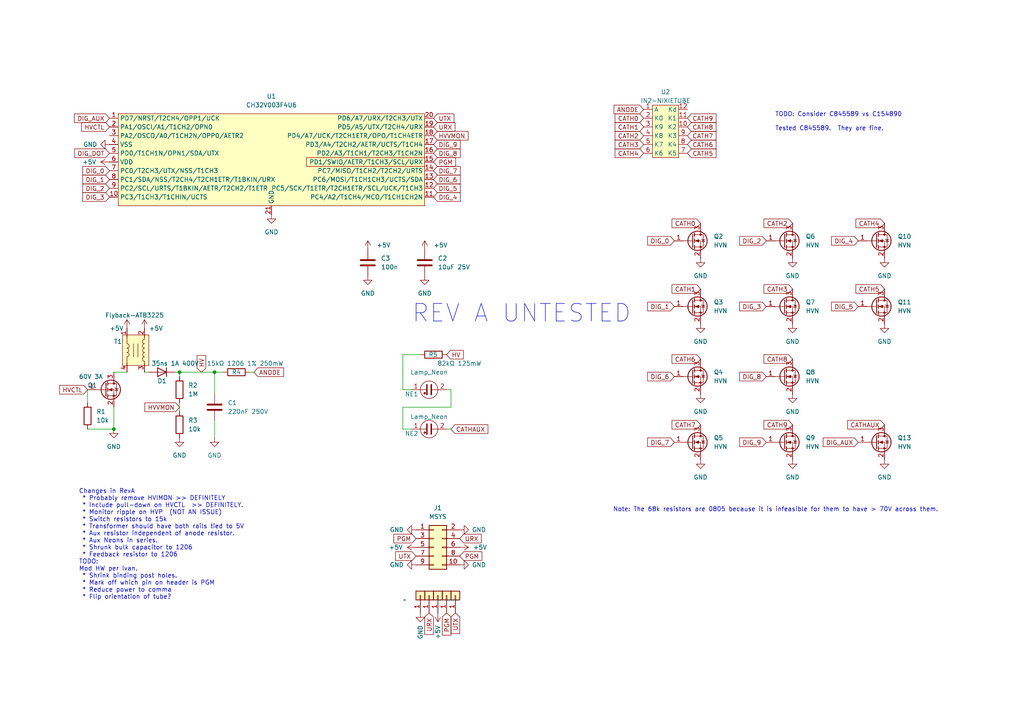
<source format=kicad_sch>
(kicad_sch (version 20230121) (generator eeschema)
  (paper "A4")
  (lib_symbols
    (symbol "CH32V003F4U6:CH32V003F4U6"
      (property "Reference" "U" (at 0 0 0))
      (property "Value" "CH32V003F4U6" (at 0 3.81 0))
      (symbol "CH32V003F4U6_0_1"
        (rectangle (start -44.45 12.7) (end 44.45 -13.97) (fill (type background)))
        (rectangle (start 10.16 0) (end 44.45 -2.54) (fill (type background)))
      )
      (symbol "CH32V003F4U6_1_1"
        (pin bidirectional line (at -46.99 11.43 0) (length 2.54) (name "PD7/NRST/T2CH4/OPP1/UCK") (number "1"))
        (pin bidirectional line (at -46.99 -11.43 0) (length 2.54) (name "PC3/T1CH3/T1CHIN/UCTS") (number "10"))
        (pin bidirectional line (at 46.99 -11.43 180) (length 2.54) (name "PC4/A2/T1CH4/MCO/T1CH1CH2N") (number "11"))
        (pin bidirectional line (at 46.99 -8.89 180) (length 2.54) (name "PC5/SCK/T1ETR/T2CH1ETR/SCL/UCK/T1CH3") (number "12"))
        (pin bidirectional line (at 46.99 -6.35 180) (length 2.54) (name "PC6/MOSI/T1CH1CH3/UCTS/SDA") (number "13"))
        (pin bidirectional line (at 46.99 -3.81 180) (length 2.54) (name "PC7/MISO/T1CH2/T2CH2/URTS") (number "14"))
        (pin bidirectional line (at 46.99 -1.27 180) (length 2.54) (name "PD1/SWIO/AETR/T1CH3/SCL/URX") (number "15"))
        (pin bidirectional line (at 46.99 1.27 180) (length 2.54) (name "PD2/A3/T1CH1/T2CH3/T1CH2N") (number "16"))
        (pin bidirectional line (at 46.99 3.81 180) (length 2.54) (name "PD3/A4/T2CH2/AETR/UCTS/T1CH4") (number "17"))
        (pin bidirectional line (at 46.99 6.35 180) (length 2.54) (name "PD4/A7/UCK/T2CH1ETR/OPO/T1CH4ETR") (number "18"))
        (pin bidirectional line (at 46.99 8.89 180) (length 2.54) (name "PD5/A5/UTX/T2CH4/URX") (number "19"))
        (pin bidirectional line (at -46.99 8.89 0) (length 2.54) (name "PA1/OSCI/A1/T1CH2/OPN0") (number "2"))
        (pin bidirectional line (at 46.99 11.43 180) (length 2.54) (name "PD6/A7/URX/T2CH3/UTX") (number "20"))
        (pin bidirectional line (at 0 -16.51 90) (length 2.54) (name "GND") (number "21"))
        (pin bidirectional line (at -46.99 6.35 0) (length 2.54) (name "PA2/OSCO/A0/T1CH2N/OPP0/AETR2") (number "3"))
        (pin bidirectional line (at -46.99 3.81 0) (length 2.54) (name "VSS") (number "4"))
        (pin bidirectional line (at -46.99 1.27 0) (length 2.54) (name "PD0/T1CH1N/OPN1/SDA/UTX") (number "5"))
        (pin bidirectional line (at -46.99 -1.27 0) (length 2.54) (name "VDD") (number "6"))
        (pin bidirectional line (at -46.99 -3.81 0) (length 2.54) (name "PC0/T2CH3/UTX/NSS/T1CH3") (number "7"))
        (pin bidirectional line (at -46.99 -6.35 0) (length 2.54) (name "PC1/SDA/NSS/T2CH4/T2CH1ETR/T1BKIN/URX") (number "8"))
        (pin bidirectional line (at -46.99 -8.89 0) (length 2.54) (name "PC2/SCL/URTS/T1BKIN/AETR/T2CH2/T1ETR") (number "9"))
      )
    )
    (symbol "Connector_Generic:Conn_01x01" (pin_names (offset 1.016) hide)
      (property "Reference" "J" (at 0 2.54 0))
      (property "Value" "Conn_01x01" (at 0 -2.54 0))
      (symbol "Conn_01x01_1_1"
        (rectangle (start -1.27 0.127) (end 0 -0.127) (stroke (width 0.1524)))
        (rectangle (start -1.27 1.27) (end 1.27 -1.27) (stroke (width 0.254)) (fill (type background)))
        (pin passive line (at -5.08 0 0) (length 3.81) (name "Pin_1") (number "1"))
      )
    )
    (symbol "Connector_Generic:Conn_02x05_Odd_Even" (pin_names (offset 1.016) hide)
      (property "Reference" "J" (at 1.27 7.62 0))
      (property "Value" "Conn_02x05_Odd_Even" (at 1.27 -7.62 0))
      (symbol "Conn_02x05_Odd_Even_1_1"
        (rectangle (start -1.27 -4.953) (end 0 -5.207) (stroke (width 0.1524)))
        (rectangle (start -1.27 -2.413) (end 0 -2.667) (stroke (width 0.1524)))
        (rectangle (start -1.27 0.127) (end 0 -0.127) (stroke (width 0.1524)))
        (rectangle (start -1.27 2.667) (end 0 2.413) (stroke (width 0.1524)))
        (rectangle (start -1.27 5.207) (end 0 4.953) (stroke (width 0.1524)))
        (rectangle (start -1.27 6.35) (end 3.81 -6.35) (stroke (width 0.254)) (fill (type background)))
        (rectangle (start 3.81 -4.953) (end 2.54 -5.207) (stroke (width 0.1524)))
        (rectangle (start 3.81 -2.413) (end 2.54 -2.667) (stroke (width 0.1524)))
        (rectangle (start 3.81 0.127) (end 2.54 -0.127) (stroke (width 0.1524)))
        (rectangle (start 3.81 2.667) (end 2.54 2.413) (stroke (width 0.1524)))
        (rectangle (start 3.81 5.207) (end 2.54 4.953) (stroke (width 0.1524)))
        (pin passive line (at -5.08 5.08 0) (length 3.81) (name "Pin_1") (number "1"))
        (pin passive line (at 7.62 -5.08 180) (length 3.81) (name "Pin_10") (number "10"))
        (pin passive line (at 7.62 5.08 180) (length 3.81) (name "Pin_2") (number "2"))
        (pin passive line (at -5.08 2.54 0) (length 3.81) (name "Pin_3") (number "3"))
        (pin passive line (at 7.62 2.54 180) (length 3.81) (name "Pin_4") (number "4"))
        (pin passive line (at -5.08 0 0) (length 3.81) (name "Pin_5") (number "5"))
        (pin passive line (at 7.62 0 180) (length 3.81) (name "Pin_6") (number "6"))
        (pin passive line (at -5.08 -2.54 0) (length 3.81) (name "Pin_7") (number "7"))
        (pin passive line (at 7.62 -2.54 180) (length 3.81) (name "Pin_8") (number "8"))
        (pin passive line (at -5.08 -5.08 0) (length 3.81) (name "Pin_9") (number "9"))
      )
    )
    (symbol "Device:C" (pin_numbers hide) (pin_names (offset 0.254))
      (property "Reference" "C" (at 0.635 2.54 0))
      (property "Value" "C" (at 0.635 -2.54 0))
      (symbol "C_0_1"
        (polyline (pts (xy -2.032 -0.762) (xy 2.032 -0.762)) (stroke (width 0.508)))
        (polyline (pts (xy -2.032 0.762) (xy 2.032 0.762)) (stroke (width 0.508)))
      )
      (symbol "C_1_1"
        (pin passive line (at 0 3.81 270) (length 2.794) (name "~") (number "1"))
        (pin passive line (at 0 -3.81 90) (length 2.794) (name "~") (number "2"))
      )
    )
    (symbol "Device:D" (pin_numbers hide) (pin_names (offset 1.016) hide)
      (property "Reference" "D" (at 0 2.54 0))
      (property "Value" "D" (at 0 -2.54 0))
      (symbol "D_0_1"
        (polyline (pts (xy -1.27 1.27) (xy -1.27 -1.27)) (stroke (width 0.254)))
        (polyline (pts (xy 1.27 0) (xy -1.27 0)))
        (polyline (pts (xy 1.27 1.27) (xy 1.27 -1.27) (xy -1.27 0) (xy 1.27 1.27)) (stroke (width 0.254)))
      )
      (symbol "D_1_1"
        (pin passive line (at -3.81 0 0) (length 2.54) (name "K") (number "1"))
        (pin passive line (at 3.81 0 180) (length 2.54) (name "A") (number "2"))
      )
    )
    (symbol "Device:Lamp_Neon" (pin_names (offset 0.0254) hide)
      (property "Reference" "NE" (at 0.635 3.81 0))
      (property "Value" "Lamp_Neon" (at 0.635 -3.81 0))
      (symbol "Lamp_Neon_0_1"
        (rectangle (start -1.524 -0.508) (end 1.524 -0.762) (fill (type outline)))
        (rectangle (start -1.524 0.762) (end 1.524 0.508) (fill (type outline)))
        (polyline (pts (xy 0 -2.54) (xy 0 -0.762)))
        (polyline (pts (xy 0 0.762) (xy 0 2.54)))
        (circle (center 0 0) (radius 2.54))
        (circle (center 1.016 -1.27) (radius 0.254) (fill (type outline)))
      )
      (symbol "Lamp_Neon_1_1"
        (pin passive line (at 0 -5.08 90) (length 2.54) (name "~") (number "1"))
        (pin passive line (at 0 5.08 270) (length 2.54) (name "~") (number "2"))
      )
    )
    (symbol "Device:Q_NMOS_GSD" (pin_names (offset 0) hide)
      (property "Reference" "Q" (at 5.08 1.27 0))
      (property "Value" "Q_NMOS_GSD" (at 5.08 -1.27 0))
      (symbol "Q_NMOS_GSD_0_1"
        (polyline (pts (xy 0.254 0) (xy -2.54 0)))
        (polyline (pts (xy 0.254 1.905) (xy 0.254 -1.905)) (stroke (width 0.254)))
        (polyline (pts (xy 0.762 -1.27) (xy 0.762 -2.286)) (stroke (width 0.254)))
        (polyline (pts (xy 0.762 0.508) (xy 0.762 -0.508)) (stroke (width 0.254)))
        (polyline (pts (xy 0.762 2.286) (xy 0.762 1.27)) (stroke (width 0.254)))
        (polyline (pts (xy 2.54 2.54) (xy 2.54 1.778)))
        (polyline (pts (xy 2.54 -2.54) (xy 2.54 0) (xy 0.762 0)))
        (polyline (pts (xy 0.762 -1.778) (xy 3.302 -1.778) (xy 3.302 1.778) (xy 0.762 1.778)))
        (polyline (pts (xy 1.016 0) (xy 2.032 0.381) (xy 2.032 -0.381) (xy 1.016 0)) (fill (type outline)))
        (polyline (pts (xy 2.794 0.508) (xy 2.921 0.381) (xy 3.683 0.381) (xy 3.81 0.254)))
        (polyline (pts (xy 3.302 0.381) (xy 2.921 -0.254) (xy 3.683 -0.254) (xy 3.302 0.381)))
        (circle (center 1.651 0) (radius 2.794) (stroke (width 0.254)))
        (circle (center 2.54 -1.778) (radius 0.254) (fill (type outline)))
        (circle (center 2.54 1.778) (radius 0.254) (fill (type outline)))
      )
      (symbol "Q_NMOS_GSD_1_1"
        (pin input line (at -5.08 0 0) (length 2.54) (name "G") (number "1"))
        (pin passive line (at 2.54 -5.08 90) (length 2.54) (name "S") (number "2"))
        (pin passive line (at 2.54 5.08 270) (length 2.54) (name "D") (number "3"))
      )
    )
    (symbol "Device:R" (pin_numbers hide) (pin_names (offset 0))
      (property "Reference" "R" (at 2.032 0 90))
      (property "Value" "R" (at 0 0 90))
      (symbol "R_0_1"
        (rectangle (start -1.016 -2.54) (end 1.016 2.54) (stroke (width 0.254)))
      )
      (symbol "R_1_1"
        (pin passive line (at 0 3.81 270) (length 1.27) (name "~") (number "1"))
        (pin passive line (at 0 -3.81 90) (length 1.27) (name "~") (number "2"))
      )
    )
    (symbol "Flyback-ATB3225:Flyback-ATB3225"
      (property "Reference" "T" (at 0 4.445 0))
      (property "Value" "Flyback-ATB3225" (at 0 -7.62 0))
      (symbol "Flyback-ATB3225_0_1"
        (rectangle (start -4.445 3.81) (end 4.445 -3.81) (fill (type background)))
        (arc (start -3.175 2.54) (mid -2.54 1.9297) (end -1.905 2.54))
        (arc (start -1.905 2.54) (mid -1.27 1.9297) (end -0.635 2.54))
        (arc (start -0.635 -2.54) (mid -1.27 -1.9378) (end -1.905 -2.54))
        (arc (start -0.635 2.54) (mid 0 1.9798) (end 0.635 2.54))
        (polyline (pts (xy -3.81 -2.54) (xy -1.905 -2.54)))
        (polyline (pts (xy -3.81 2.54) (xy -3.175 2.54)))
        (polyline (pts (xy -1.905 -0.635) (xy 1.905 -0.635)))
        (polyline (pts (xy 1.905 0.635) (xy -1.905 0.635)))
        (polyline (pts (xy 3.81 -2.54) (xy 1.905 -2.54)))
        (polyline (pts (xy 3.81 2.54) (xy 3.175 2.54)))
        (arc (start 0.635 -2.54) (mid 0 -2.0038) (end -0.635 -2.54))
        (arc (start 0.635 2.54) (mid 1.27 2.017) (end 1.905 2.54))
        (arc (start 1.905 -2.54) (mid 1.27 -1.9498) (end 0.635 -2.54))
        (arc (start 1.905 2.54) (mid 2.54 1.9297) (end 3.175 2.54))
      )
      (symbol "Flyback-ATB3225_1_1"
        (pin bidirectional line (at -6.35 -2.54 0) (length 2.54) (name "") (number "1"))
        (pin bidirectional line (at -6.35 2.54 0) (length 2.54) (name "") (number "2"))
        (pin bidirectional line (at 6.35 2.54 180) (length 2.54) (name "") (number "3"))
        (pin bidirectional line (at 6.35 -2.54 180) (length 2.54) (name "") (number "4"))
      )
    )
    (symbol "IN12-NIXIETUBE:IN12-NIXIETUBE"
      (property "Reference" "U" (at 0 7.62 0))
      (property "Value" "IN12-NIXIETUBE" (at 0 -10.16 0))
      (symbol "IN12-NIXIETUBE_0_1"
        (rectangle (start -3.81 6.35) (end 3.81 -8.89) (stroke (width 0.1524)) (fill (type background)))
      )
      (symbol "IN12-NIXIETUBE_1_1"
        (pin input line (at -6.35 5.08 0) (length 2.54) (name "A") (number "1"))
        (pin input line (at 6.35 0 180) (length 2.54) (name "K2") (number "10"))
        (pin input line (at 6.35 2.54 180) (length 2.54) (name "K1") (number "11"))
        (pin input line (at 6.35 5.08 180) (length 2.54) (name "Kd") (number "12"))
        (pin input line (at -6.35 2.54 0) (length 2.54) (name "K0") (number "2"))
        (pin input line (at -6.35 0 0) (length 2.54) (name "K9") (number "3"))
        (pin input line (at -6.35 -2.54 0) (length 2.54) (name "K8") (number "4"))
        (pin input line (at -6.35 -5.08 0) (length 2.54) (name "K7") (number "5"))
        (pin input line (at -6.35 -7.62 0) (length 2.54) (name "K6") (number "6"))
        (pin input line (at 6.35 -7.62 180) (length 2.54) (name "K5") (number "7"))
        (pin input line (at 6.35 -5.08 180) (length 2.54) (name "K4") (number "8"))
        (pin input line (at 6.35 -2.54 180) (length 2.54) (name "K3") (number "9"))
      )
    )
    (symbol "power:+5V" (power) (pin_names (offset 0))
      (property "Value" "+5V" (at 0 3.556 0))
      (symbol "+5V_0_1"
        (polyline (pts (xy -0.762 1.27) (xy 0 2.54)))
        (polyline (pts (xy 0 0) (xy 0 2.54)))
        (polyline (pts (xy 0 2.54) (xy 0.762 1.27)))
      )
      (symbol "+5V_1_1"
        (pin power_in line (at 0 0 90) (length 0) hide (name "+5V") (number "1"))
      )
    )
    (symbol "power:GND" (power) (pin_names (offset 0))
      (property "Value" "GND" (at 0 -3.81 0))
      (symbol "GND_0_1"
        (polyline (pts (xy 0 0) (xy 0 -1.27) (xy 1.27 -1.27) (xy 0 -2.54) (xy -1.27 -1.27) (xy 0 -1.27)))
      )
      (symbol "GND_1_1"
        (pin power_in line (at 0 0 270) (length 0) hide (name "GND") (number "1"))
      )
    )
  )
  (junction (at 62.23 107.95))
  (junction (at 33.02 124.46))
  (junction (at 52.07 107.95))
  (wire (pts (xy 25.4 113.03) (xy 25.4 116.84)))
  (wire (pts (xy 52.07 109.22) (xy 52.07 107.95)))
  (wire (pts (xy 62.23 107.95) (xy 62.23 114.3)))
  (wire (pts (xy 119.38 124.46) (xy 116.84 124.46)))
  (wire (pts (xy 43.18 107.95) (xy 41.91 107.95)))
  (wire (pts (xy 116.84 102.87) (xy 121.92 102.87)))
  (wire (pts (xy 33.02 107.95) (xy 36.83 107.95)))
  (wire (pts (xy 52.07 116.84) (xy 52.07 119.38)))
  (wire (pts (xy 62.23 107.95) (xy 64.77 107.95)))
  (wire (pts (xy 129.54 113.03) (xy 130.81 113.03)))
  (wire (pts (xy 130.81 113.03) (xy 130.81 118.11)))
  (wire (pts (xy 33.02 118.11) (xy 33.02 124.46)))
  (wire (pts (xy 130.81 118.11) (xy 116.84 118.11)))
  (wire (pts (xy 62.23 121.92) (xy 62.23 127)))
  (wire (pts (xy 25.4 124.46) (xy 33.02 124.46)))
  (wire (pts (xy 129.54 124.46) (xy 130.81 124.46)))
  (wire (pts (xy 116.84 113.03) (xy 119.38 113.03)))
  (wire (pts (xy 116.84 102.87) (xy 116.84 113.03)))
  (wire (pts (xy 73.66 107.95) (xy 72.39 107.95)))
  (wire (pts (xy 50.8 107.95) (xy 52.07 107.95)))
  (wire (pts (xy 52.07 107.95) (xy 62.23 107.95)))
  (wire (pts (xy 116.84 118.11) (xy 116.84 124.46)))
  (text "TODO: Consider C845589 vs C154890\n\nTested C845589.  They are fine." (at 224.79 38.1 0) (effects (font (size 1.27 1.27)) (justify left bottom)))
  (text "Changes in RevA\n * Probably remove HVIMON >> DEFINITELY\n * Include pull-down on HVCTL  >> DEFINITELY.\n * Monitor ripple on HVP  (NOT AN ISSUE)\n * Switch resistors to 15k\n * Transformer should have both rails tied to 5V \n * Aux resistor independent of anode resistor.\n * Aux Neons in series.\n * Shrunk bulk capacitor to 1206\n * Feedback resistor to 1206\nTODO:\nMod HW per Ivan.\n * Shrink binding post holes.\n * Mark off which pin on header is PGM\n * Reduce power to comma\n * Flip orientation of tube?" (at 22.86 173.99 0) (effects (font (size 1.27 1.27)) (justify left bottom)))
  (text "REV A UNTESTED" (at 119.38 93.98 0) (effects (font (size 5.08 5.08)) (justify left bottom)))
  (text "Note: The 68k resistors are 0805 because it is infeasible for them to have > 70V across them." (at 177.8 148.59 0) (effects (font (size 1.27 1.27)) (justify left bottom)))
  (global_label "DIG_1" (shape input) (at 31.75 52.07 180) (property "Intersheetrefs" "${INTERSHEET_REFS}" (effects hide)))
  (global_label "CATH8" (shape input) (at 199.39 36.83 0) (property "Intersheetrefs" "${INTERSHEET_REFS}" (effects hide)))
  (global_label "CATHAUX" (shape input) (at 130.81 124.46 0) (property "Intersheetrefs" "${INTERSHEET_REFS}" (effects hide)))
  (global_label "DIG_3" (shape input) (at 222.25 88.9 180) (property "Intersheetrefs" "${INTERSHEET_REFS}" (effects hide)))
  (global_label "CATH1" (shape input) (at 203.2 83.82 180) (property "Intersheetrefs" "${INTERSHEET_REFS}" (effects hide)))
  (global_label "CATH6" (shape input) (at 199.39 41.91 0) (property "Intersheetrefs" "${INTERSHEET_REFS}" (effects hide)))
  (global_label "DIG_0" (shape input) (at 195.58 69.85 180) (property "Intersheetrefs" "${INTERSHEET_REFS}" (effects hide)))
  (global_label "DIG_1" (shape input) (at 195.58 88.9 180) (property "Intersheetrefs" "${INTERSHEET_REFS}" (effects hide)))
  (global_label "DIG_5" (shape input) (at 248.92 88.9 180) (property "Intersheetrefs" "${INTERSHEET_REFS}" (effects hide)))
  (global_label "HV" (shape input) (at 129.54 102.87 0) (property "Intersheetrefs" "${INTERSHEET_REFS}" (effects hide)))
  (global_label "HVCTL" (shape input) (at 25.4 113.03 180) (property "Intersheetrefs" "${INTERSHEET_REFS}" (effects hide)))
  (global_label "CATH7" (shape input) (at 203.2 123.19 180) (property "Intersheetrefs" "${INTERSHEET_REFS}" (effects hide)))
  (global_label "DIG_7" (shape input) (at 125.73 49.53 0) (property "Intersheetrefs" "${INTERSHEET_REFS}" (effects hide)))
  (global_label "HVVMON" (shape input) (at 52.07 118.11 180) (property "Intersheetrefs" "${INTERSHEET_REFS}" (effects hide)))
  (global_label "DIG_7" (shape input) (at 195.58 128.27 180) (property "Intersheetrefs" "${INTERSHEET_REFS}" (effects hide)))
  (global_label "CATHAUX" (shape input) (at 256.54 123.19 180) (property "Intersheetrefs" "${INTERSHEET_REFS}" (effects hide)))
  (global_label "DIG_4" (shape input) (at 125.73 57.15 0) (property "Intersheetrefs" "${INTERSHEET_REFS}" (effects hide)))
  (global_label "URX" (shape input) (at 133.35 156.21 0) (property "Intersheetrefs" "${INTERSHEET_REFS}" (effects hide)))
  (global_label "HV" (shape input) (at 58.42 107.95 90) (property "Intersheetrefs" "${INTERSHEET_REFS}" (effects hide)))
  (global_label "CATH0" (shape input) (at 203.2 64.77 180) (property "Intersheetrefs" "${INTERSHEET_REFS}" (effects hide)))
  (global_label "CATH9" (shape input) (at 199.39 34.29 0) (property "Intersheetrefs" "${INTERSHEET_REFS}" (effects hide)))
  (global_label "DIG_9" (shape input) (at 222.25 128.27 180) (property "Intersheetrefs" "${INTERSHEET_REFS}" (effects hide)))
  (global_label "HVVMON" (shape input) (at 125.73 39.37 0) (property "Intersheetrefs" "${INTERSHEET_REFS}" (effects hide)))
  (global_label "DIG_AUX" (shape input) (at 248.92 128.27 180) (property "Intersheetrefs" "${INTERSHEET_REFS}" (effects hide)))
  (global_label "UTX" (shape input) (at 132.08 177.8 270) (property "Intersheetrefs" "${INTERSHEET_REFS}" (effects hide)))
  (global_label "DIG_8" (shape input) (at 125.73 44.45 0) (property "Intersheetrefs" "${INTERSHEET_REFS}" (effects hide)))
  (global_label "PGM" (shape input) (at 133.35 161.29 0) (property "Intersheetrefs" "${INTERSHEET_REFS}" (effects hide)))
  (global_label "DIG_3" (shape input) (at 31.75 57.15 180) (property "Intersheetrefs" "${INTERSHEET_REFS}" (effects hide)))
  (global_label "DIG_8" (shape input) (at 222.25 109.22 180) (property "Intersheetrefs" "${INTERSHEET_REFS}" (effects hide)))
  (global_label "DIG_2" (shape input) (at 31.75 54.61 180) (property "Intersheetrefs" "${INTERSHEET_REFS}" (effects hide)))
  (global_label "DIG_6" (shape input) (at 195.58 109.22 180) (property "Intersheetrefs" "${INTERSHEET_REFS}" (effects hide)))
  (global_label "CATH3" (shape input) (at 229.87 83.82 180) (property "Intersheetrefs" "${INTERSHEET_REFS}" (effects hide)))
  (global_label "PGM" (shape input) (at 120.65 156.21 180) (property "Intersheetrefs" "${INTERSHEET_REFS}" (effects hide)))
  (global_label "DIG_5" (shape input) (at 125.73 54.61 0) (property "Intersheetrefs" "${INTERSHEET_REFS}" (effects hide)))
  (global_label "ANODE" (shape input) (at 73.66 107.95 0) (property "Intersheetrefs" "${INTERSHEET_REFS}" (effects hide)))
  (global_label "CATH6" (shape input) (at 203.2 104.14 180) (property "Intersheetrefs" "${INTERSHEET_REFS}" (effects hide)))
  (global_label "PGM" (shape input) (at 129.54 177.8 270) (property "Intersheetrefs" "${INTERSHEET_REFS}" (effects hide)))
  (global_label "URX" (shape input) (at 124.46 177.8 270) (property "Intersheetrefs" "${INTERSHEET_REFS}" (effects hide)))
  (global_label "DIG_4" (shape input) (at 248.92 69.85 180) (property "Intersheetrefs" "${INTERSHEET_REFS}" (effects hide)))
  (global_label "PGM" (shape input) (at 125.73 46.99 0) (property "Intersheetrefs" "${INTERSHEET_REFS}" (effects hide)))
  (global_label "UTX" (shape input) (at 120.65 161.29 180) (property "Intersheetrefs" "${INTERSHEET_REFS}" (effects hide)))
  (global_label "CATH2" (shape input) (at 229.87 64.77 180) (property "Intersheetrefs" "${INTERSHEET_REFS}" (effects hide)))
  (global_label "HVCTL" (shape input) (at 31.75 36.83 180) (property "Intersheetrefs" "${INTERSHEET_REFS}" (effects hide)))
  (global_label "CATH5" (shape input) (at 256.54 83.82 180) (property "Intersheetrefs" "${INTERSHEET_REFS}" (effects hide)))
  (global_label "CATH3" (shape input) (at 186.69 41.91 180) (property "Intersheetrefs" "${INTERSHEET_REFS}" (effects hide)))
  (global_label "DIG_DOT" (shape input) (at 31.75 44.45 180) (property "Intersheetrefs" "${INTERSHEET_REFS}" (effects hide)))
  (global_label "DIG_6" (shape input) (at 125.73 52.07 0) (property "Intersheetrefs" "${INTERSHEET_REFS}" (effects hide)))
  (global_label "CATH9" (shape input) (at 229.87 123.19 180) (property "Intersheetrefs" "${INTERSHEET_REFS}" (effects hide)))
  (global_label "CATH0" (shape input) (at 186.69 34.29 180) (property "Intersheetrefs" "${INTERSHEET_REFS}" (effects hide)))
  (global_label "CATH8" (shape input) (at 229.87 104.14 180) (property "Intersheetrefs" "${INTERSHEET_REFS}" (effects hide)))
  (global_label "DIG_AUX" (shape input) (at 31.75 34.29 180) (property "Intersheetrefs" "${INTERSHEET_REFS}" (effects hide)))
  (global_label "UTX" (shape input) (at 125.73 34.29 0) (property "Intersheetrefs" "${INTERSHEET_REFS}" (effects hide)))
  (global_label "URX" (shape input) (at 125.73 36.83 0) (property "Intersheetrefs" "${INTERSHEET_REFS}" (effects hide)))
  (global_label "CATH5" (shape input) (at 199.39 44.45 0) (property "Intersheetrefs" "${INTERSHEET_REFS}" (effects hide)))
  (global_label "CATH4" (shape input) (at 186.69 44.45 180) (property "Intersheetrefs" "${INTERSHEET_REFS}" (effects hide)))
  (global_label "CATH4" (shape input) (at 256.54 64.77 180) (property "Intersheetrefs" "${INTERSHEET_REFS}" (effects hide)))
  (global_label "ANODE" (shape input) (at 186.69 31.75 180) (property "Intersheetrefs" "${INTERSHEET_REFS}" (effects hide)))
  (global_label "CATH7" (shape input) (at 199.39 39.37 0) (property "Intersheetrefs" "${INTERSHEET_REFS}" (effects hide)))
  (global_label "DIG_2" (shape input) (at 222.25 69.85 180) (property "Intersheetrefs" "${INTERSHEET_REFS}" (effects hide)))
  (global_label "CATH1" (shape input) (at 186.69 36.83 180) (property "Intersheetrefs" "${INTERSHEET_REFS}" (effects hide)))
  (global_label "CATH2" (shape input) (at 186.69 39.37 180) (property "Intersheetrefs" "${INTERSHEET_REFS}" (effects hide)))
  (global_label "DIG_0" (shape input) (at 31.75 49.53 180) (property "Intersheetrefs" "${INTERSHEET_REFS}" (effects hide)))
  (global_label "DIG_9" (shape input) (at 125.73 41.91 0) (property "Intersheetrefs" "${INTERSHEET_REFS}" (effects hide)))
  (symbol (lib_id "Connector_Generic:Conn_01x01") (at 132.08 172.72 90) (unit 1)
    (property "Reference" "J6" (effects hide))
    (property "Value" "~" (at 116.84 173.9899 90) (effects (justify right)))
    (property "Footprint" "rawpad22:rawpad22" (effects hide))
  )
  (symbol (lib_id "power:GND") (at 52.07 127 0) (unit 1)
    (property "Reference" "#PWR0101" (effects hide))
    (property "Value" "GND" (at 52.07 132.08 0))
  )
  (symbol (lib_id "power:GND") (at 229.87 133.35 0) (unit 1)
    (property "Reference" "#PWR0110" (effects hide))
    (property "Value" "GND" (at 229.87 138.43 0))
  )
  (symbol (lib_id "Device:Q_NMOS_GSD") (at 227.33 69.85 0) (unit 1)
    (property "Reference" "Q6" (at 233.68 68.5799 0) (effects (justify left)))
    (property "Value" "HVN" (at 233.68 71.1199 0) (effects (justify left)))
    (property "Footprint" "Package_TO_SOT_SMD:SOT-23" (effects hide))
    (property "LCSC" "C845589" (effects hide))
  )
  (symbol (lib_id "Device:Lamp_Neon") (at 124.46 124.46 270) (unit 1)
    (property "Reference" "NE2" (at 119.38 125.73 90))
    (property "Value" "Lamp_Neon" (at 124.46 120.8841 90))
    (property "Footprint" "neonglow:neonglow" (effects hide))
  )
  (symbol (lib_id "power:GND") (at 256.54 74.93 0) (unit 1)
    (property "Reference" "#PWR0118" (effects hide))
    (property "Value" "GND" (at 256.54 80.01 0))
  )
  (symbol (lib_id "Device:Q_NMOS_GSD") (at 254 128.27 0) (unit 1)
    (property "Reference" "Q13" (at 260.35 126.9999 0) (effects (justify left)))
    (property "Value" "HVN" (at 260.35 129.5399 0) (effects (justify left)))
    (property "Footprint" "Package_TO_SOT_SMD:SOT-23" (effects hide))
    (property "LCSC" "C845589" (effects hide))
  )
  (symbol (lib_id "Device:C") (at 62.23 118.11 0) (unit 1)
    (property "Reference" "C1" (at 66.04 116.8399 0) (effects (justify left)))
    (property "Value" "220nF 250V" (at 66.04 119.3799 0) (effects (justify left)))
    (property "Footprint" "Capacitor_SMD:C_1206_3216Metric" (effects hide))
    (property "LCSC" "C377089" (effects hide))
  )
  (symbol (lib_id "power:GND") (at 106.68 80.01 0) (unit 1)
    (property "Reference" "#PWR0129" (effects hide))
    (property "Value" "GND" (at 106.68 85.09 0))
  )
  (symbol (lib_id "Device:Q_NMOS_GSD") (at 200.66 69.85 0) (unit 1)
    (property "Reference" "Q2" (at 207.01 68.5799 0) (effects (justify left)))
    (property "Value" "HVN" (at 207.01 71.1199 0) (effects (justify left)))
    (property "Footprint" "Package_TO_SOT_SMD:SOT-23" (effects hide))
    (property "LCSC" "C845589" (effects hide))
  )
  (symbol (lib_id "Device:R") (at 68.58 107.95 90) (unit 1)
    (property "Reference" "R4" (at 68.58 107.95 90))
    (property "Value" "15kΩ 1206 1% 250mW" (at 71.12 105.41 90))
    (property "Footprint" "Resistor_SMD:R_1206_3216Metric" (effects hide))
    (property "LCSC" "C114932" (effects hide))
  )
  (symbol (lib_id "power:GND") (at 256.54 133.35 0) (unit 1)
    (property "Reference" "#PWR0115" (effects hide))
    (property "Value" "GND" (at 256.54 138.43 0))
  )
  (symbol (lib_id "power:GND") (at 78.74 62.23 0) (unit 1)
    (property "Reference" "#PWR0108" (effects hide))
    (property "Value" "GND" (at 78.74 67.31 0))
  )
  (symbol (lib_id "power:GND") (at 203.2 114.3 0) (unit 1)
    (property "Reference" "#PWR0112" (effects hide))
    (property "Value" "GND" (at 203.2 119.38 0))
  )
  (symbol (lib_id "Connector_Generic:Conn_01x01") (at 121.92 172.72 90) (unit 1)
    (property "Reference" "J2" (effects hide))
    (property "Value" "~" (at 129.54 173.9899 90) (effects (justify right)))
    (property "Footprint" "rawpad22:rawpad22" (effects hide))
  )
  (symbol (lib_id "Device:Q_NMOS_GSD") (at 254 69.85 0) (unit 1)
    (property "Reference" "Q10" (at 260.35 68.5799 0) (effects (justify left)))
    (property "Value" "HVN" (at 260.35 71.1199 0) (effects (justify left)))
    (property "Footprint" "Package_TO_SOT_SMD:SOT-23" (effects hide))
    (property "LCSC" "C845589" (effects hide))
  )
  (symbol (lib_id "power:+5V") (at 41.91 95.25 0) (unit 1)
    (property "Reference" "#PWR0104" (effects hide))
    (property "Value" "+5V" (at 43.18 95.25 0) (effects (justify left)))
  )
  (symbol (lib_id "Device:Q_NMOS_GSD") (at 30.48 113.03 0) (unit 1)
    (property "Reference" "Q1" (at 25.4 111.76 0) (effects (justify left)))
    (property "Value" "60V 3A" (at 22.86 109.22 0) (effects (justify left)))
    (property "Footprint" "Package_TO_SOT_SMD:SOT-23" (effects hide))
    (property "LCSC" "C2938374" (effects hide))
  )
  (symbol (lib_id "power:GND") (at 31.75 41.91 270) (unit 1)
    (property "Reference" "#PWR0107" (effects hide))
    (property "Value" "GND" (at 24.13 41.91 90) (effects (justify left)))
  )
  (symbol (lib_id "power:GND") (at 229.87 74.93 0) (unit 1)
    (property "Reference" "#PWR0119" (effects hide))
    (property "Value" "GND" (at 229.87 80.01 0))
  )
  (symbol (lib_id "Connector_Generic:Conn_01x01") (at 124.46 172.72 90) (unit 1)
    (property "Reference" "J4" (effects hide))
    (property "Value" "~" (at 127 173.9899 90) (effects (justify right)))
    (property "Footprint" "rawpad22:rawpad22" (effects hide))
  )
  (symbol (lib_id "Device:Lamp_Neon") (at 124.46 113.03 270) (unit 1)
    (property "Reference" "NE1" (at 119.38 114.3 90))
    (property "Value" "Lamp_Neon" (at 124.46 107.95 90))
    (property "Footprint" "neonglow:neonglow" (effects hide))
  )
  (symbol (lib_id "CH32V003F4U6:CH32V003F4U6") (at 78.74 45.72 0) (unit 1)
    (property "Reference" "U1" (at 78.74 27.94 0))
    (property "Value" "CH32V003F4U6" (at 78.74 30.48 0))
    (property "Footprint" "Package_DFN_QFN:QFN-20-1EP_3x3mm_P0.4mm_EP1.65x1.65mm" (effects hide))
    (property "LCSC" "C5299908" (effects hide))
  )
  (symbol (lib_id "Device:R") (at 25.4 120.65 180) (unit 1)
    (property "Reference" "R1" (at 27.94 119.3799 0) (effects (justify right)))
    (property "Value" "10k" (at 27.94 121.9199 0) (effects (justify right)))
    (property "Footprint" "Resistor_SMD:R_0402_1005Metric" (effects hide))
    (property "LCSC" "C25744" (effects hide))
  )
  (symbol (lib_id "Device:R") (at 52.07 113.03 180) (unit 1)
    (property "Reference" "R2" (at 54.61 111.7599 0) (effects (justify right)))
    (property "Value" "1M" (at 54.61 114.2999 0) (effects (justify right)))
    (property "Footprint" "Resistor_SMD:R_1206_3216Metric" (effects hide))
    (property "LCSC" "C108083" (effects hide))
  )
  (symbol (lib_id "Device:Q_NMOS_GSD") (at 254 88.9 0) (unit 1)
    (property "Reference" "Q11" (at 260.35 87.6299 0) (effects (justify left)))
    (property "Value" "HVN" (at 260.35 90.1699 0) (effects (justify left)))
    (property "Footprint" "Package_TO_SOT_SMD:SOT-23" (effects hide))
    (property "LCSC" "C845589" (effects hide))
  )
  (symbol (lib_id "power:GND") (at 133.35 163.83 90) (unit 1)
    (property "Reference" "#PWR0127" (effects hide))
    (property "Value" "GND" (at 140.97 163.83 90) (effects (justify left)))
  )
  (symbol (lib_id "power:+5V") (at 123.19 72.39 0) (unit 1)
    (property "Reference" "#PWR0122" (effects hide))
    (property "Value" "+5V" (at 125.73 71.1199 0) (effects (justify left)))
  )
  (symbol (lib_id "power:GND") (at 203.2 74.93 0) (unit 1)
    (property "Reference" "#PWR0120" (effects hide))
    (property "Value" "GND" (at 203.2 80.01 0))
  )
  (symbol (lib_id "power:+5V") (at 120.65 158.75 90) (unit 1)
    (property "Reference" "#PWR0123" (effects hide))
    (property "Value" "+5V" (at 116.84 158.7499 90) (effects (justify left)))
  )
  (symbol (lib_id "power:GND") (at 203.2 93.98 0) (unit 1)
    (property "Reference" "#PWR0113" (effects hide))
    (property "Value" "GND" (at 203.2 99.06 0))
  )
  (symbol (lib_id "power:+5V") (at 127 177.8 180) (unit 1)
    (property "Reference" "#PWR0131" (effects hide))
    (property "Value" "+5V" (at 127 185.42 90) (effects (justify right)))
  )
  (symbol (lib_id "power:GND") (at 121.92 177.8 0) (unit 1)
    (property "Reference" "#PWR0134" (effects hide))
    (property "Value" "GND" (at 121.92 185.42 90) (effects (justify left)))
  )
  (symbol (lib_id "power:GND") (at 120.65 163.83 270) (unit 1)
    (property "Reference" "#PWR0125" (effects hide))
    (property "Value" "GND" (at 113.03 163.83 90) (effects (justify left)))
  )
  (symbol (lib_id "Device:Q_NMOS_GSD") (at 200.66 88.9 0) (unit 1)
    (property "Reference" "Q3" (at 207.01 87.6299 0) (effects (justify left)))
    (property "Value" "HVN" (at 207.01 90.1699 0) (effects (justify left)))
    (property "Footprint" "Package_TO_SOT_SMD:SOT-23" (effects hide))
    (property "LCSC" "C845589" (effects hide))
  )
  (symbol (lib_id "Connector_Generic:Conn_01x01") (at 127 172.72 90) (unit 1)
    (property "Reference" "J3" (effects hide))
    (property "Value" "~" (at 130.81 173.9899 90) (effects (justify right)))
    (property "Footprint" "rawpad22:rawpad22" (effects hide))
  )
  (symbol (lib_id "Device:Q_NMOS_GSD") (at 200.66 128.27 0) (unit 1)
    (property "Reference" "Q5" (at 207.01 126.9999 0) (effects (justify left)))
    (property "Value" "HVN" (at 207.01 129.5399 0) (effects (justify left)))
    (property "Footprint" "Package_TO_SOT_SMD:SOT-23" (effects hide))
    (property "LCSC" "C845589" (effects hide))
  )
  (symbol (lib_id "power:+5V") (at 133.35 158.75 270) (unit 1)
    (property "Reference" "#PWR0128" (effects hide))
    (property "Value" "+5V" (at 137.16 158.7499 90) (effects (justify left)))
  )
  (symbol (lib_id "Device:Q_NMOS_GSD") (at 200.66 109.22 0) (unit 1)
    (property "Reference" "Q4" (at 207.01 107.9499 0) (effects (justify left)))
    (property "Value" "HVN" (at 207.01 110.4899 0) (effects (justify left)))
    (property "Footprint" "Package_TO_SOT_SMD:SOT-23" (effects hide))
    (property "LCSC" "C845589" (effects hide))
  )
  (symbol (lib_id "Device:Q_NMOS_GSD") (at 227.33 109.22 0) (unit 1)
    (property "Reference" "Q8" (at 233.68 107.9499 0) (effects (justify left)))
    (property "Value" "HVN" (at 233.68 110.4899 0) (effects (justify left)))
    (property "Footprint" "Package_TO_SOT_SMD:SOT-23" (effects hide))
    (property "LCSC" "C845589" (effects hide))
  )
  (symbol (lib_id "power:GND") (at 133.35 153.67 90) (unit 1)
    (property "Reference" "#PWR0126" (effects hide))
    (property "Value" "GND" (at 140.97 153.67 90) (effects (justify left)))
  )
  (symbol (lib_id "Device:Q_NMOS_GSD") (at 227.33 128.27 0) (unit 1)
    (property "Reference" "Q9" (at 233.68 126.9999 0) (effects (justify left)))
    (property "Value" "HVN" (at 233.68 129.5399 0) (effects (justify left)))
    (property "Footprint" "Package_TO_SOT_SMD:SOT-23" (effects hide))
    (property "LCSC" "C845589" (effects hide))
  )
  (symbol (lib_id "Device:C") (at 106.68 76.2 0) (unit 1)
    (property "Reference" "C3" (at 110.49 74.9299 0) (effects (justify left)))
    (property "Value" "100n" (at 110.49 77.4699 0) (effects (justify left)))
    (property "Footprint" "Capacitor_SMD:C_0402_1005Metric" (effects hide))
    (property "LCSC" "C1525" (effects hide))
  )
  (symbol (lib_id "power:+5V") (at 36.83 95.25 0) (unit 1)
    (property "Reference" "#PWR0103" (effects hide))
    (property "Value" "+5V" (at 31.75 95.25 0) (effects (justify left)))
  )
  (symbol (lib_id "Device:C") (at 123.19 76.2 0) (unit 1)
    (property "Reference" "C2" (at 127 74.9299 0) (effects (justify left)))
    (property "Value" "10uF 25V" (at 127 77.4699 0) (effects (justify left)))
    (property "Footprint" "Capacitor_SMD:C_0603_1608Metric" (effects hide))
    (property "LCSC" "C96446" (effects hide))
  )
  (symbol (lib_id "Device:D") (at 46.99 107.95 180) (unit 1)
    (property "Reference" "D1" (at 46.99 110.49 0))
    (property "Value" "35ns 1A 400V" (at 50.8 105.41 0))
    (property "Footprint" "Diode_SMD:D_SOD-123F" (effects hide))
    (property "LCSC" "C128697" (effects hide))
  )
  (symbol (lib_id "power:GND") (at 120.65 153.67 270) (unit 1)
    (property "Reference" "#PWR0124" (effects hide))
    (property "Value" "GND" (at 113.03 153.67 90) (effects (justify left)))
  )
  (symbol (lib_id "power:GND") (at 33.02 124.46 0) (unit 1)
    (property "Reference" "#PWR0105" (effects hide))
    (property "Value" "GND" (at 33.02 129.54 0))
  )
  (symbol (lib_id "power:GND") (at 229.87 114.3 0) (unit 1)
    (property "Reference" "#PWR0109" (effects hide))
    (property "Value" "GND" (at 229.87 119.38 0))
  )
  (symbol (lib_id "power:+5V") (at 31.75 46.99 90) (unit 1)
    (property "Reference" "#PWR0106" (effects hide))
    (property "Value" "+5V" (at 27.94 46.9899 90) (effects (justify left)))
  )
  (symbol (lib_id "Device:Q_NMOS_GSD") (at 227.33 88.9 0) (unit 1)
    (property "Reference" "Q7" (at 233.68 87.6299 0) (effects (justify left)))
    (property "Value" "HVN" (at 233.68 90.1699 0) (effects (justify left)))
    (property "Footprint" "Package_TO_SOT_SMD:SOT-23" (effects hide))
    (property "LCSC" "C845589" (effects hide))
  )
  (symbol (lib_id "power:GND") (at 123.19 80.01 0) (unit 1)
    (property "Reference" "#PWR0121" (effects hide))
    (property "Value" "GND" (at 123.19 85.09 0))
  )
  (symbol (lib_id "power:GND") (at 256.54 93.98 0) (unit 1)
    (property "Reference" "#PWR0117" (effects hide))
    (property "Value" "GND" (at 256.54 99.06 0))
  )
  (symbol (lib_id "power:+5V") (at 106.68 72.39 0) (unit 1)
    (property "Reference" "#PWR0130" (effects hide))
    (property "Value" "+5V" (at 109.22 71.1199 0) (effects (justify left)))
  )
  (symbol (lib_id "power:GND") (at 203.2 133.35 0) (unit 1)
    (property "Reference" "#PWR0111" (effects hide))
    (property "Value" "GND" (at 203.2 138.43 0))
  )
  (symbol (lib_id "power:GND") (at 62.23 127 0) (unit 1)
    (property "Reference" "#PWR0102" (effects hide))
    (property "Value" "GND" (at 62.23 132.08 0))
  )
  (symbol (lib_id "power:GND") (at 229.87 93.98 0) (unit 1)
    (property "Reference" "#PWR0116" (effects hide))
    (property "Value" "GND" (at 229.87 99.06 0))
  )
  (symbol (lib_id "Flyback-ATB3225:Flyback-ATB3225") (at 39.37 101.6 270) (unit 1)
    (property "Reference" "T1" (at 33.02 99.06 90) (effects (justify left)))
    (property "Value" "Flyback-ATB3225" (at 30.48 91.44 90) (effects (justify left)))
    (property "Footprint" "Flyback-ATB3225:Flyback-ATB3225" (effects hide))
    (property "LCSC" "C415291" (effects hide))
  )
  (symbol (lib_id "Connector_Generic:Conn_01x01") (at 129.54 172.72 90) (unit 1)
    (property "Reference" "J5" (effects hide))
    (property "Value" "~" (at 132.08 173.9899 90) (effects (justify right)))
    (property "Footprint" "rawpad22:rawpad22" (effects hide))
  )
  (symbol (lib_id "Device:R") (at 125.73 102.87 270) (unit 1)
    (property "Reference" "R5" (at 127 102.87 90) (effects (justify right)))
    (property "Value" "82kΩ 125mW" (at 139.7 105.41 90) (effects (justify right)))
    (property "Footprint" "Resistor_SMD:R_0805_2012Metric" (effects hide))
    (property "LCSC" "C136904" (effects hide))
  )
  (symbol (lib_id "Device:R") (at 52.07 123.19 180) (unit 1)
    (property "Reference" "R3" (at 54.61 121.9199 0) (effects (justify right)))
    (property "Value" "10k" (at 54.61 124.4599 0) (effects (justify right)))
    (property "Footprint" "Resistor_SMD:R_0402_1005Metric" (effects hide))
    (property "LCSC" "C25744" (effects hide))
  )
  (symbol (lib_id "Connector_Generic:Conn_02x05_Odd_Even") (at 125.73 158.75 0) (unit 1)
    (property "Reference" "J1" (at 127 147.32 0))
    (property "Value" "MSYS" (at 127 149.86 0))
    (property "Footprint" "Connector_PinHeader_2.54mm:PinHeader_2x05_P2.54mm_Horizontal" (effects hide))
    (property "LCSC" "C239336" (effects hide))
  )
  (symbol (lib_id "IN12-NIXIETUBE:IN12-NIXIETUBE") (at 193.04 36.83 0) (unit 1)
    (property "Reference" "U2" (at 193.04 26.67 0))
    (property "Value" "IN2-NIXIETUBE" (at 193.04 29.21 0))
    (property "Footprint" "IN12-NIXIE:IN12-NIXIE" (effects hide))
  )
)
</source>
